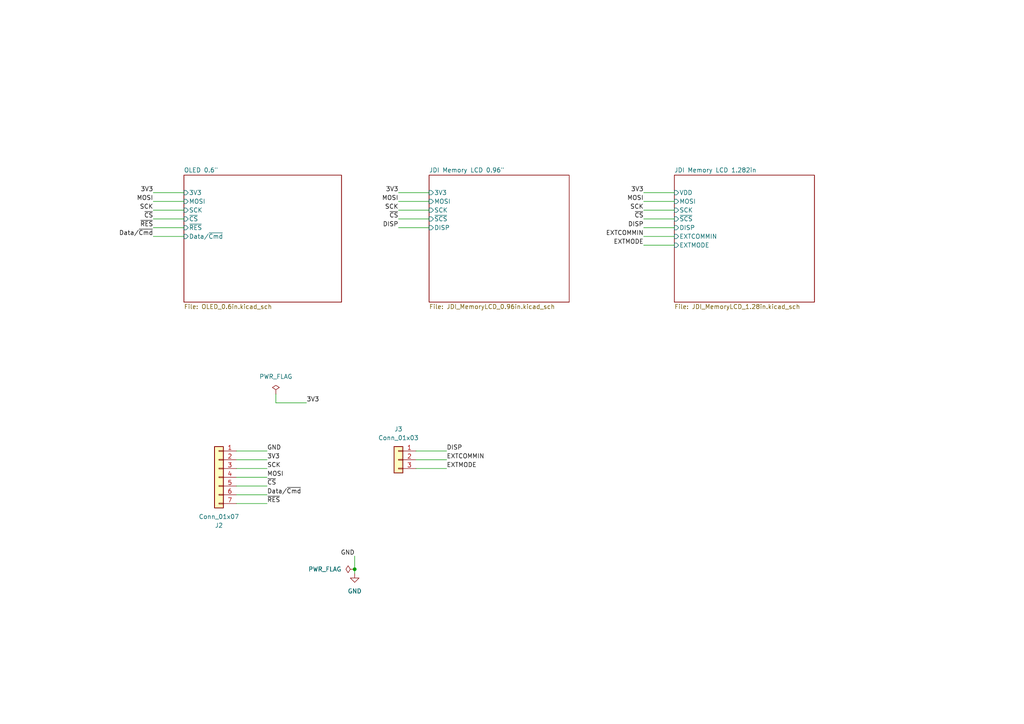
<source format=kicad_sch>
(kicad_sch (version 20230121) (generator eeschema)
  (paper "A4")
  (lib_symbols
    (symbol "Connector_Generic:Conn_01x03" (pin_names (offset 1.016) hide)
      (property "Reference" "J" (at 0 5.08 0))
      (property "Value" "Conn_01x03" (at 0 -5.08 0))
      (symbol "Conn_01x03_1_1"
        (rectangle (start -1.27 -2.413) (end 0 -2.667) (stroke (width 0.1524)))
        (rectangle (start -1.27 0.127) (end 0 -0.127) (stroke (width 0.1524)))
        (rectangle (start -1.27 2.667) (end 0 2.413) (stroke (width 0.1524)))
        (rectangle (start -1.27 3.81) (end 1.27 -3.81) (stroke (width 0.254)) (fill (type background)))
        (pin passive line (at -5.08 2.54 0) (length 3.81) (name "Pin_1") (number "1"))
        (pin passive line (at -5.08 0 0) (length 3.81) (name "Pin_2") (number "2"))
        (pin passive line (at -5.08 -2.54 0) (length 3.81) (name "Pin_3") (number "3"))
      )
    )
    (symbol "Connector_Generic:Conn_01x07" (pin_names (offset 1.016) hide)
      (property "Reference" "J" (at 0 10.16 0))
      (property "Value" "Conn_01x07" (at 0 -10.16 0))
      (symbol "Conn_01x07_1_1"
        (rectangle (start -1.27 -7.493) (end 0 -7.747) (stroke (width 0.1524)))
        (rectangle (start -1.27 -4.953) (end 0 -5.207) (stroke (width 0.1524)))
        (rectangle (start -1.27 -2.413) (end 0 -2.667) (stroke (width 0.1524)))
        (rectangle (start -1.27 0.127) (end 0 -0.127) (stroke (width 0.1524)))
        (rectangle (start -1.27 2.667) (end 0 2.413) (stroke (width 0.1524)))
        (rectangle (start -1.27 5.207) (end 0 4.953) (stroke (width 0.1524)))
        (rectangle (start -1.27 7.747) (end 0 7.493) (stroke (width 0.1524)))
        (rectangle (start -1.27 8.89) (end 1.27 -8.89) (stroke (width 0.254)) (fill (type background)))
        (pin passive line (at -5.08 7.62 0) (length 3.81) (name "Pin_1") (number "1"))
        (pin passive line (at -5.08 5.08 0) (length 3.81) (name "Pin_2") (number "2"))
        (pin passive line (at -5.08 2.54 0) (length 3.81) (name "Pin_3") (number "3"))
        (pin passive line (at -5.08 0 0) (length 3.81) (name "Pin_4") (number "4"))
        (pin passive line (at -5.08 -2.54 0) (length 3.81) (name "Pin_5") (number "5"))
        (pin passive line (at -5.08 -5.08 0) (length 3.81) (name "Pin_6") (number "6"))
        (pin passive line (at -5.08 -7.62 0) (length 3.81) (name "Pin_7") (number "7"))
      )
    )
    (symbol "power:GND" (power) (pin_names (offset 0))
      (property "Value" "GND" (at 0 -3.81 0))
      (symbol "GND_0_1"
        (polyline (pts (xy 0 0) (xy 0 -1.27) (xy 1.27 -1.27) (xy 0 -2.54) (xy -1.27 -1.27) (xy 0 -1.27)))
      )
      (symbol "GND_1_1"
        (pin power_in line (at 0 0 270) (length 0) hide (name "GND") (number "1"))
      )
    )
    (symbol "power:PWR_FLAG" (power) (pin_numbers hide) (pin_names (offset 0) hide)
      (property "Value" "PWR_FLAG" (at 0 3.81 0))
      (symbol "PWR_FLAG_0_0"
        (pin power_out line (at 0 0 90) (length 0) (name "pwr") (number "1"))
      )
      (symbol "PWR_FLAG_0_1"
        (polyline (pts (xy 0 0) (xy 0 1.27) (xy -1.016 1.905) (xy 0 2.54) (xy 1.016 1.905) (xy 0 1.27)))
      )
    )
  )
  (junction (at 102.87 165.1))
  (wire (pts (xy 68.58 138.43) (xy 77.47 138.43)))
  (wire (pts (xy 68.58 133.35) (xy 77.47 133.35)))
  (wire (pts (xy 68.58 130.81) (xy 77.47 130.81)))
  (wire (pts (xy 120.65 130.81) (xy 129.54 130.81)))
  (wire (pts (xy 195.58 58.42) (xy 186.69 58.42)))
  (wire (pts (xy 53.34 63.5) (xy 44.45 63.5)))
  (wire (pts (xy 195.58 63.5) (xy 186.69 63.5)))
  (wire (pts (xy 195.58 66.04) (xy 186.69 66.04)))
  (wire (pts (xy 195.58 55.88) (xy 186.69 55.88)))
  (wire (pts (xy 68.58 143.51) (xy 77.47 143.51)))
  (wire (pts (xy 53.34 68.58) (xy 44.45 68.58)))
  (wire (pts (xy 195.58 60.96) (xy 186.69 60.96)))
  (wire (pts (xy 124.46 66.04) (xy 115.57 66.04)))
  (wire (pts (xy 53.34 55.88) (xy 44.45 55.88)))
  (wire (pts (xy 53.34 58.42) (xy 44.45 58.42)))
  (wire (pts (xy 68.58 135.89) (xy 77.47 135.89)))
  (wire (pts (xy 195.58 68.58) (xy 186.69 68.58)))
  (wire (pts (xy 68.58 146.05) (xy 77.47 146.05)))
  (wire (pts (xy 102.87 165.1) (xy 102.87 166.37)))
  (wire (pts (xy 124.46 63.5) (xy 115.57 63.5)))
  (wire (pts (xy 124.46 58.42) (xy 115.57 58.42)))
  (wire (pts (xy 68.58 140.97) (xy 77.47 140.97)))
  (wire (pts (xy 80.01 116.84) (xy 88.9 116.84)))
  (wire (pts (xy 53.34 66.04) (xy 44.45 66.04)))
  (wire (pts (xy 120.65 133.35) (xy 129.54 133.35)))
  (wire (pts (xy 195.58 71.12) (xy 186.69 71.12)))
  (wire (pts (xy 53.34 60.96) (xy 44.45 60.96)))
  (wire (pts (xy 120.65 135.89) (xy 129.54 135.89)))
  (wire (pts (xy 124.46 60.96) (xy 115.57 60.96)))
  (wire (pts (xy 102.87 161.29) (xy 102.87 165.1)))
  (wire (pts (xy 80.01 114.3) (xy 80.01 116.84)))
  (wire (pts (xy 124.46 55.88) (xy 115.57 55.88)))
  (label "3V3" (at 115.57 55.88 180))
  (label "DISP" (at 115.57 66.04 180))
  (label "EXTCOMMIN" (at 129.54 133.35 0))
  (label "SCK" (at 77.47 135.89 0))
  (label "EXTMODE" (at 186.69 71.12 180))
  (label "GND" (at 102.87 161.29 180))
  (label "MOSI" (at 77.47 138.43 0))
  (label "SCK" (at 44.45 60.96 180))
  (label "MOSI" (at 115.57 58.42 180))
  (label "EXTCOMMIN" (at 186.69 68.58 180))
  (label "MOSI" (at 186.69 58.42 180))
  (label "MOSI" (at 44.45 58.42 180))
  (label "3V3" (at 88.9 116.84 0))
  (label "3V3" (at 44.45 55.88 180))
  (label "Data{slash}~{Cmd}" (at 77.47 143.51 0))
  (label "~{CS}" (at 77.47 140.97 0))
  (label "3V3" (at 186.69 55.88 180))
  (label "~{RES}" (at 44.45 66.04 180))
  (label "~{CS}" (at 186.69 63.5 180))
  (label "Data{slash}~{Cmd}" (at 44.45 68.58 180))
  (label "~{CS}" (at 44.45 63.5 180))
  (label "3V3" (at 77.47 133.35 0))
  (label "SCK" (at 186.69 60.96 180))
  (label "DISP" (at 186.69 66.04 180))
  (label "EXTMODE" (at 129.54 135.89 0))
  (label "DISP" (at 129.54 130.81 0))
  (label "SCK" (at 115.57 60.96 180))
  (label "~{CS}" (at 115.57 63.5 180))
  (label "GND" (at 77.47 130.81 0))
  (label "~{RES}" (at 77.47 146.05 0))
  (symbol (lib_id "power:PWR_FLAG") (at 102.87 165.1 90) (unit 1)
    (property "Reference" "#FLG0102" (effects hide))
    (property "Value" "PWR_FLAG" (at 99.06 165.1 90) (effects (justify left)))
  )
  (symbol (lib_id "power:PWR_FLAG") (at 80.01 114.3 0) (unit 1)
    (property "Reference" "#FLG0101" (effects hide))
    (property "Value" "PWR_FLAG" (at 80.01 109.22 0))
  )
  (symbol (lib_id "power:GND") (at 102.87 166.37 0) (unit 1)
    (property "Reference" "#PWR0101" (effects hide))
    (property "Value" "GND" (at 102.87 171.45 0))
  )
  (symbol (lib_id "Connector_Generic:Conn_01x07") (at 63.5 138.43 0) (mirror y) (unit 1)
    (property "Reference" "J2" (at 63.5 152.4 0))
    (property "Value" "Conn_01x07" (at 63.5 149.86 0))
    (property "Footprint" "Connector_PinHeader_2.54mm:PinHeader_1x07_P2.54mm_Vertical" (effects hide))
  )
  (symbol (lib_id "Connector_Generic:Conn_01x03") (at 115.57 133.35 0) (mirror y) (unit 1)
    (property "Reference" "J3" (at 115.57 124.46 0))
    (property "Value" "Conn_01x03" (at 115.57 127 0))
    (property "Footprint" "Connector_PinHeader_2.54mm:PinHeader_1x03_P2.54mm_Vertical" (effects hide))
  )
  (sheet (at 195.58 50.8) (size 40.64 36.83) (stroke (width 0.1524))
    (property "Sheetname" "JDI Memory LCD 1.282in" (at 195.58 50.0884 0) (effects (justify left bottom)))
    (property "Sheetfile" "JDI_MemoryLCD_1.28in.kicad_sch" (at 195.58 88.2146 0) (effects (justify left top)))
    (pin "MOSI" input (at 195.58 58.42 180))
    (pin "DISP" input (at 195.58 66.04 180))
    (pin "~{SCS}" input (at 195.58 63.5 180))
    (pin "SCK" input (at 195.58 60.96 180))
    (pin "EXTCOMMIN" input (at 195.58 68.58 180))
    (pin "EXTMODE" input (at 195.58 71.12 180))
    (pin "VDD" input (at 195.58 55.88 180))
  )
  (sheet (at 53.34 50.8) (size 45.72 36.83) (stroke (width 0.1524))
    (property "Sheetname" "OLED 0.6\"" (at 53.34 50.0884 0) (effects (justify left bottom)))
    (property "Sheetfile" "OLED_0.6in.kicad_sch" (at 53.34 88.2146 0) (effects (justify left top)))
    (pin "3V3" input (at 53.34 55.88 180))
    (pin "MOSI" input (at 53.34 58.42 180))
    (pin "SCK" input (at 53.34 60.96 180))
    (pin "~{CS}" input (at 53.34 63.5 180))
    (pin "~{RES}" input (at 53.34 66.04 180))
    (pin "Data{slash}~{Cmd}" input (at 53.34 68.58 180))
  )
  (sheet (at 124.46 50.8) (size 40.64 36.83) (stroke (width 0.1524))
    (property "Sheetname" "JDI Memory LCD 0.96\"" (at 124.46 50.0884 0) (effects (justify left bottom)))
    (property "Sheetfile" "JDI_MemoryLCD_0.96in.kicad_sch" (at 124.46 88.2146 0) (effects (justify left top)))
    (pin "~{SCS}" input (at 124.46 63.5 180))
    (pin "3V3" input (at 124.46 55.88 180))
    (pin "MOSI" input (at 124.46 58.42 180))
    (pin "SCK" input (at 124.46 60.96 180))
    (pin "DISP" input (at 124.46 66.04 180))
  )
)
</source>
